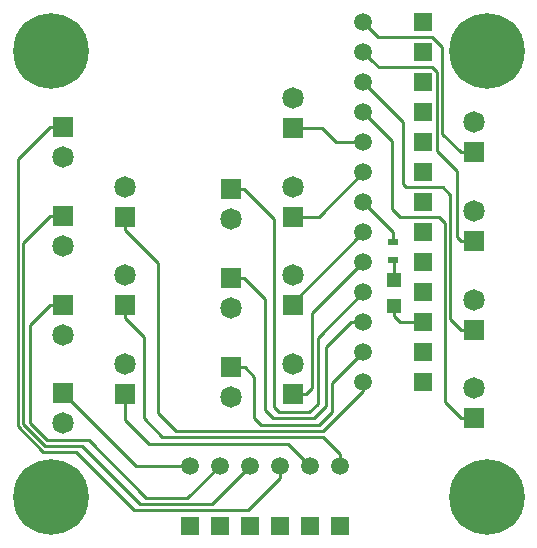
<source format=gtl>
G04 #@! TF.GenerationSoftware,KiCad,Pcbnew,(5.0.0)*
G04 #@! TF.CreationDate,2018-11-03T21:44:44-02:30*
G04 #@! TF.ProjectId,Maestro Adapter,4D61657374726F20416461707465722E,6*
G04 #@! TF.SameCoordinates,Original*
G04 #@! TF.FileFunction,Copper,L1,Top,Signal*
G04 #@! TF.FilePolarity,Positive*
%FSLAX46Y46*%
G04 Gerber Fmt 4.6, Leading zero omitted, Abs format (unit mm)*
G04 Created by KiCad (PCBNEW (5.0.0)) date 11/03/18 21:44:44*
%MOMM*%
%LPD*%
G01*
G04 APERTURE LIST*
G04 #@! TA.AperFunction,ComponentPad*
%ADD10C,1.500000*%
G04 #@! TD*
G04 #@! TA.AperFunction,ComponentPad*
%ADD11R,1.500000X1.500000*%
G04 #@! TD*
G04 #@! TA.AperFunction,ComponentPad*
%ADD12C,6.400000*%
G04 #@! TD*
G04 #@! TA.AperFunction,SMDPad,CuDef*
%ADD13R,1.200000X1.200000*%
G04 #@! TD*
G04 #@! TA.AperFunction,SMDPad,CuDef*
%ADD14R,0.900000X0.500000*%
G04 #@! TD*
G04 #@! TA.AperFunction,ComponentPad*
%ADD15R,1.724000X1.724000*%
G04 #@! TD*
G04 #@! TA.AperFunction,ComponentPad*
%ADD16C,1.824000*%
G04 #@! TD*
G04 #@! TA.AperFunction,Conductor*
%ADD17C,0.250000*%
G04 #@! TD*
G04 APERTURE END LIST*
D10*
G04 #@! TO.P,18 Channel Maestro,19*
G04 #@! TO.N,Net-(J17-Pad1)*
X86790000Y-161620000D03*
G04 #@! TO.P,18 Channel Maestro,18*
G04 #@! TO.N,Net-(J16-Pad1)*
X89330000Y-161620000D03*
G04 #@! TO.P,18 Channel Maestro,17*
G04 #@! TO.N,Net-(J15-Pad1)*
X91870000Y-161620000D03*
G04 #@! TO.P,18 Channel Maestro,16*
G04 #@! TO.N,Net-(J14-Pad1)*
X94410000Y-161620000D03*
G04 #@! TO.P,18 Channel Maestro,15*
G04 #@! TO.N,Net-(J13-Pad1)*
X96950000Y-161620000D03*
G04 #@! TO.P,18 Channel Maestro,14*
G04 #@! TO.N,Net-(J12-Pad1)*
X99490000Y-161620000D03*
D11*
G04 #@! TO.P,18 Channel Maestro,38*
G04 #@! TO.N,GND*
X86790000Y-166700000D03*
G04 #@! TO.P,18 Channel Maestro,37*
X89330000Y-166700000D03*
G04 #@! TO.P,18 Channel Maestro,36*
X91870000Y-166700000D03*
G04 #@! TO.P,18 Channel Maestro,35*
X94410000Y-166700000D03*
G04 #@! TO.P,18 Channel Maestro,34*
X96950000Y-166700000D03*
G04 #@! TO.P,18 Channel Maestro,33*
X99490000Y-166700000D03*
G04 #@! TO.P,18 Channel Maestro,20*
X106570000Y-124040000D03*
G04 #@! TO.P,18 Channel Maestro,21*
X106570000Y-126580000D03*
G04 #@! TO.P,18 Channel Maestro,22*
X106570000Y-129120000D03*
G04 #@! TO.P,18 Channel Maestro,23*
X106570000Y-131660000D03*
G04 #@! TO.P,18 Channel Maestro,24*
X106570000Y-134200000D03*
G04 #@! TO.P,18 Channel Maestro,25*
X106570000Y-136740000D03*
G04 #@! TO.P,18 Channel Maestro,26*
X106570000Y-139280000D03*
G04 #@! TO.P,18 Channel Maestro,27*
X106570000Y-141820000D03*
G04 #@! TO.P,18 Channel Maestro,28*
X106570000Y-144360000D03*
G04 #@! TO.P,18 Channel Maestro,29*
X106570000Y-146900000D03*
G04 #@! TO.P,18 Channel Maestro,30*
X106570000Y-149440000D03*
G04 #@! TO.P,18 Channel Maestro,31*
X106570000Y-151980000D03*
G04 #@! TO.P,18 Channel Maestro,32*
X106570000Y-154520000D03*
D10*
G04 #@! TO.P,18 Channel Maestro,1*
G04 #@! TO.N,Net-(J0-Pad1)*
X101490000Y-124040000D03*
G04 #@! TO.P,18 Channel Maestro,2*
G04 #@! TO.N,Net-(J1-Pad1)*
X101490000Y-126580000D03*
G04 #@! TO.P,18 Channel Maestro,3*
G04 #@! TO.N,Net-(J18-Pad3)*
X101490000Y-129120000D03*
G04 #@! TO.P,18 Channel Maestro,4*
G04 #@! TO.N,Net-(J18-Pad4)*
X101490000Y-131660000D03*
G04 #@! TO.P,18 Channel Maestro,5*
G04 #@! TO.N,Net-(J18-Pad5)*
X101490000Y-134200000D03*
G04 #@! TO.P,18 Channel Maestro,6*
G04 #@! TO.N,Net-(J18-Pad6)*
X101490000Y-136740000D03*
G04 #@! TO.P,18 Channel Maestro,7*
G04 #@! TO.N,+5V*
X101490000Y-139280000D03*
G04 #@! TO.P,18 Channel Maestro,8*
G04 #@! TO.N,Net-(J18-Pad8)*
X101490000Y-141820000D03*
G04 #@! TO.P,18 Channel Maestro,9*
G04 #@! TO.N,Net-(J18-Pad9)*
X101490000Y-144360000D03*
G04 #@! TO.P,18 Channel Maestro,10*
G04 #@! TO.N,Net-(J18-Pad10)*
X101490000Y-146900000D03*
G04 #@! TO.P,18 Channel Maestro,11*
G04 #@! TO.N,Net-(J18-Pad11)*
X101490000Y-149440000D03*
G04 #@! TO.P,18 Channel Maestro,12*
G04 #@! TO.N,Net-(J10-Pad1)*
X101490000Y-151980000D03*
G04 #@! TO.P,18 Channel Maestro,13*
G04 #@! TO.N,Net-(J11-Pad1)*
X101490000Y-154520000D03*
G04 #@! TD*
D12*
G04 #@! TO.P,,*
G04 #@! TO.N,*
X111920000Y-126520000D03*
G04 #@! TD*
G04 #@! TO.P,,*
G04 #@! TO.N,*
X75000000Y-164270000D03*
G04 #@! TD*
G04 #@! TO.P,,*
G04 #@! TO.N,*
X111920000Y-164270000D03*
G04 #@! TD*
D13*
G04 #@! TO.P,D1,1*
G04 #@! TO.N,GND*
X104050000Y-148110000D03*
G04 #@! TO.P,D1,2*
G04 #@! TO.N,Net-(D1-Pad2)*
X104050000Y-145910000D03*
G04 #@! TD*
D14*
G04 #@! TO.P,R1,2*
G04 #@! TO.N,Net-(D1-Pad2)*
X103990000Y-144180000D03*
G04 #@! TO.P,R1,1*
G04 #@! TO.N,+5V*
X103990000Y-142680000D03*
G04 #@! TD*
D15*
G04 #@! TO.P,Channel 0,1*
G04 #@! TO.N,Net-(J0-Pad1)*
X110860000Y-135080000D03*
D16*
G04 #@! TO.P,Channel 0,2*
G04 #@! TO.N,GND*
X110860000Y-132540000D03*
G04 #@! TD*
G04 #@! TO.P,Channel 1,2*
G04 #@! TO.N,GND*
X110860000Y-140050000D03*
D15*
G04 #@! TO.P,Channel 1,1*
G04 #@! TO.N,Net-(J1-Pad1)*
X110860000Y-142590000D03*
G04 #@! TD*
G04 #@! TO.P,Channel 2,1*
G04 #@! TO.N,Net-(J18-Pad3)*
X110860000Y-150100000D03*
D16*
G04 #@! TO.P,Channel 2,2*
G04 #@! TO.N,GND*
X110860000Y-147560000D03*
G04 #@! TD*
G04 #@! TO.P,Channel 3,2*
G04 #@! TO.N,GND*
X110860000Y-155070000D03*
D15*
G04 #@! TO.P,Channel 3,1*
G04 #@! TO.N,Net-(J18-Pad4)*
X110860000Y-157610000D03*
G04 #@! TD*
G04 #@! TO.P,Channel 4,1*
G04 #@! TO.N,Net-(J18-Pad5)*
X95540000Y-133010000D03*
D16*
G04 #@! TO.P,Channel 4,2*
G04 #@! TO.N,GND*
X95540000Y-130470000D03*
G04 #@! TD*
G04 #@! TO.P,Channel 5,2*
G04 #@! TO.N,GND*
X95540000Y-137980000D03*
D15*
G04 #@! TO.P,Channel 5,1*
G04 #@! TO.N,Net-(J18-Pad6)*
X95540000Y-140520000D03*
G04 #@! TD*
G04 #@! TO.P,Channel 6,1*
G04 #@! TO.N,Net-(J18-Pad8)*
X95540000Y-148030000D03*
D16*
G04 #@! TO.P,Channel 6,2*
G04 #@! TO.N,GND*
X95540000Y-145490000D03*
G04 #@! TD*
G04 #@! TO.P,Channel 7,2*
G04 #@! TO.N,GND*
X95540000Y-153000000D03*
D15*
G04 #@! TO.P,Channel 7,1*
G04 #@! TO.N,Net-(J18-Pad9)*
X95540000Y-155540000D03*
G04 #@! TD*
G04 #@! TO.P,Channel 8,1*
G04 #@! TO.N,Net-(J18-Pad10)*
X90300000Y-138220000D03*
D16*
G04 #@! TO.P,Channel 8,2*
G04 #@! TO.N,GND*
X90300000Y-140760000D03*
G04 #@! TD*
G04 #@! TO.P,Channel 9,2*
G04 #@! TO.N,GND*
X90300000Y-148270000D03*
D15*
G04 #@! TO.P,Channel 9,1*
G04 #@! TO.N,Net-(J18-Pad11)*
X90300000Y-145730000D03*
G04 #@! TD*
G04 #@! TO.P,Channel 10,1*
G04 #@! TO.N,Net-(J10-Pad1)*
X90310000Y-153240000D03*
D16*
G04 #@! TO.P,Channel 10,2*
G04 #@! TO.N,GND*
X90310000Y-155780000D03*
G04 #@! TD*
G04 #@! TO.P,Channel 11,2*
G04 #@! TO.N,GND*
X81280000Y-137980000D03*
D15*
G04 #@! TO.P,Channel 11,1*
G04 #@! TO.N,Net-(J11-Pad1)*
X81280000Y-140520000D03*
G04 #@! TD*
D16*
G04 #@! TO.P,Channel 12,2*
G04 #@! TO.N,GND*
X81280000Y-145490000D03*
D15*
G04 #@! TO.P,Channel 12,1*
G04 #@! TO.N,Net-(J12-Pad1)*
X81280000Y-148030000D03*
G04 #@! TD*
G04 #@! TO.P,Channel 13,1*
G04 #@! TO.N,Net-(J13-Pad1)*
X81280000Y-155540000D03*
D16*
G04 #@! TO.P,Channel 13,2*
G04 #@! TO.N,GND*
X81280000Y-153000000D03*
G04 #@! TD*
G04 #@! TO.P,Channel 14,2*
G04 #@! TO.N,GND*
X76050000Y-135480000D03*
D15*
G04 #@! TO.P,Channel 14,1*
G04 #@! TO.N,Net-(J14-Pad1)*
X76050000Y-132940000D03*
G04 #@! TD*
G04 #@! TO.P,Channel 15,1*
G04 #@! TO.N,Net-(J15-Pad1)*
X76050000Y-140450000D03*
D16*
G04 #@! TO.P,Channel 15,2*
G04 #@! TO.N,GND*
X76050000Y-142990000D03*
G04 #@! TD*
G04 #@! TO.P,Channel 16,2*
G04 #@! TO.N,GND*
X76050000Y-150500000D03*
D15*
G04 #@! TO.P,Channel 16,1*
G04 #@! TO.N,Net-(J16-Pad1)*
X76050000Y-147960000D03*
G04 #@! TD*
G04 #@! TO.P,Channel 17,1*
G04 #@! TO.N,Net-(J17-Pad1)*
X76050000Y-155470000D03*
D16*
G04 #@! TO.P,Channel 17,2*
G04 #@! TO.N,GND*
X76050000Y-158010000D03*
G04 #@! TD*
D12*
G04 #@! TO.P,,*
G04 #@! TO.N,*
X75000000Y-126520000D03*
G04 #@! TD*
D17*
G04 #@! TO.N,Net-(J0-Pad1)*
X102710000Y-125280000D02*
X101490000Y-124060000D01*
X108170000Y-126140000D02*
X107310000Y-125280000D01*
X109748000Y-135080000D02*
X108170000Y-133502000D01*
X110860000Y-135080000D02*
X109748000Y-135080000D01*
X108170000Y-133502000D02*
X108170000Y-126140000D01*
X107310000Y-125280000D02*
X102710000Y-125280000D01*
G04 #@! TO.N,GND*
X105570000Y-149460000D02*
X106570000Y-149460000D01*
X104550000Y-149460000D02*
X105570000Y-149460000D01*
X104050000Y-148960000D02*
X104550000Y-149460000D01*
X104050000Y-148110000D02*
X104050000Y-148960000D01*
G04 #@! TO.N,Net-(J1-Pad1)*
X102239999Y-127329999D02*
X101490000Y-126580000D01*
X107290000Y-127860000D02*
X102770000Y-127860000D01*
X102770000Y-127860000D02*
X102239999Y-127329999D01*
X109380000Y-142222000D02*
X109380000Y-136640000D01*
X107719989Y-128289989D02*
X107290000Y-127860000D01*
X109380000Y-136640000D02*
X107719989Y-134979989D01*
X110860000Y-142590000D02*
X109748000Y-142590000D01*
X107719989Y-134979989D02*
X107719989Y-128289989D01*
X109748000Y-142590000D02*
X109380000Y-142222000D01*
G04 #@! TO.N,Net-(J10-Pad1)*
X91412000Y-153240000D02*
X90300000Y-153240000D01*
X91422000Y-153240000D02*
X90310000Y-153240000D01*
X92250000Y-154068000D02*
X91422000Y-153240000D01*
X98850000Y-154640000D02*
X98850000Y-157020000D01*
X101490000Y-152000000D02*
X98850000Y-154640000D01*
X98850000Y-157020000D02*
X97740000Y-158130000D01*
X97740000Y-158130000D02*
X92820000Y-158130000D01*
X92820000Y-158130000D02*
X92250000Y-157560000D01*
X92250000Y-157560000D02*
X92250000Y-154068000D01*
G04 #@! TO.N,Net-(J11-Pad1)*
X81280000Y-141632000D02*
X81280000Y-140520000D01*
X101490000Y-155240701D02*
X98090701Y-158640000D01*
X101490000Y-154540000D02*
X101490000Y-155240701D01*
X98090701Y-158640000D02*
X85610000Y-158640000D01*
X85610000Y-158640000D02*
X84100000Y-157130000D01*
X84100000Y-157130000D02*
X84100000Y-144452000D01*
X84100000Y-144452000D02*
X81280000Y-141632000D01*
G04 #@! TO.N,Net-(J18-Pad3)*
X109748000Y-150100000D02*
X110860000Y-150100000D01*
X108830000Y-149182000D02*
X109748000Y-150100000D01*
X104830000Y-132480000D02*
X104830000Y-137780000D01*
X101490000Y-129140000D02*
X104830000Y-132480000D01*
X104830000Y-137780000D02*
X105090000Y-138040000D01*
X105090000Y-138040000D02*
X108200000Y-138040000D01*
X108200000Y-138040000D02*
X108830000Y-138670000D01*
X108830000Y-138670000D02*
X108830000Y-149182000D01*
G04 #@! TO.N,Net-(J18-Pad4)*
X103930000Y-134120000D02*
X101490000Y-131680000D01*
X103930000Y-139880000D02*
X103930000Y-134120000D01*
X109748000Y-157610000D02*
X108379990Y-156241990D01*
X110860000Y-157610000D02*
X109748000Y-157610000D01*
X108379990Y-156241990D02*
X108379990Y-141069990D01*
X107870000Y-140560000D02*
X104610000Y-140560000D01*
X108379990Y-141069990D02*
X107870000Y-140560000D01*
X104610000Y-140560000D02*
X103930000Y-139880000D01*
G04 #@! TO.N,Net-(J18-Pad5)*
X101490000Y-134200000D02*
X99180000Y-134200000D01*
X97990000Y-133010000D02*
X95540000Y-133010000D01*
X99180000Y-134200000D02*
X97990000Y-133010000D01*
G04 #@! TO.N,Net-(J18-Pad6)*
X97730000Y-140520000D02*
X95540000Y-140520000D01*
X101490000Y-136760000D02*
X97730000Y-140520000D01*
G04 #@! TO.N,Net-(J18-Pad8)*
X95540000Y-147790000D02*
X95540000Y-148030000D01*
X101490000Y-141840000D02*
X95540000Y-147790000D01*
G04 #@! TO.N,Net-(J18-Pad9)*
X101490000Y-144380000D02*
X97160000Y-148710000D01*
X96652000Y-155540000D02*
X95540000Y-155540000D01*
X97160000Y-155032000D02*
X96652000Y-155540000D01*
X97160000Y-148710000D02*
X97160000Y-155032000D01*
G04 #@! TO.N,Net-(J18-Pad10)*
X91412000Y-138220000D02*
X90300000Y-138220000D01*
X101490000Y-146920000D02*
X97650000Y-150760000D01*
X97650000Y-150760000D02*
X97650000Y-156370000D01*
X97650000Y-156370000D02*
X96920000Y-157100000D01*
X96920000Y-157100000D02*
X94380000Y-157100000D01*
X93890000Y-156610000D02*
X93890000Y-140698000D01*
X94380000Y-157100000D02*
X93890000Y-156610000D01*
X93890000Y-140698000D02*
X91412000Y-138220000D01*
G04 #@! TO.N,Net-(J18-Pad11)*
X100429340Y-149460000D02*
X98320000Y-151569340D01*
X101490000Y-149460000D02*
X100429340Y-149460000D01*
X98320000Y-151569340D02*
X98320000Y-156550000D01*
X97319990Y-157550010D02*
X93870010Y-157550010D01*
X98320000Y-156550000D02*
X97319990Y-157550010D01*
X93870010Y-157550010D02*
X93170000Y-156850000D01*
X91412000Y-145730000D02*
X90300000Y-145730000D01*
X93170000Y-147488000D02*
X91412000Y-145730000D01*
X93170000Y-156850000D02*
X93170000Y-147488000D01*
G04 #@! TO.N,Net-(J12-Pad1)*
X99490000Y-160579340D02*
X98080660Y-159170000D01*
X99490000Y-161640000D02*
X99490000Y-160579340D01*
X81280000Y-149142000D02*
X81280000Y-148030000D01*
X82880000Y-150742000D02*
X81280000Y-149142000D01*
X98080660Y-159170000D02*
X84460000Y-159170000D01*
X82880000Y-157590000D02*
X82880000Y-150742000D01*
X84460000Y-159170000D02*
X82880000Y-157590000D01*
G04 #@! TO.N,Net-(J13-Pad1)*
X81280000Y-157760000D02*
X81280000Y-155540000D01*
X83310000Y-159790000D02*
X81280000Y-157760000D01*
X96950000Y-161640000D02*
X95100000Y-159790000D01*
X95100000Y-159790000D02*
X83310000Y-159790000D01*
G04 #@! TO.N,Net-(J14-Pad1)*
X74938000Y-132940000D02*
X76050000Y-132940000D01*
X72210000Y-135668000D02*
X74938000Y-132940000D01*
X72210000Y-158250000D02*
X72210000Y-135668000D01*
X74380000Y-160420000D02*
X72210000Y-158250000D01*
X77140000Y-160420000D02*
X74380000Y-160420000D01*
X82050000Y-165330000D02*
X77140000Y-160420000D01*
X87430000Y-165340000D02*
X87420000Y-165330000D01*
X87420000Y-165330000D02*
X82050000Y-165330000D01*
X91750660Y-165340000D02*
X87430000Y-165340000D01*
X94410000Y-162680660D02*
X91750660Y-165340000D01*
X94410000Y-161620000D02*
X94410000Y-162680660D01*
G04 #@! TO.N,Net-(J15-Pad1)*
X74938000Y-140450000D02*
X76050000Y-140450000D01*
X72660011Y-142727989D02*
X74938000Y-140450000D01*
X72660011Y-158063601D02*
X72660011Y-142727989D01*
X74536410Y-159940000D02*
X72660011Y-158063601D01*
X77650000Y-159940000D02*
X74536410Y-159940000D01*
X82540009Y-164830009D02*
X77650000Y-159940000D01*
X88659991Y-164830009D02*
X82540009Y-164830009D01*
X91870000Y-161620000D02*
X88659991Y-164830009D01*
G04 #@! TO.N,Net-(J16-Pad1)*
X83119990Y-164369990D02*
X78210000Y-159460000D01*
X78210000Y-159460000D02*
X74692820Y-159460000D01*
X74692820Y-159460000D02*
X73220000Y-157987180D01*
X73220000Y-157987180D02*
X73220000Y-149678000D01*
X74938000Y-147960000D02*
X76050000Y-147960000D01*
X73220000Y-149678000D02*
X74938000Y-147960000D01*
X86580010Y-164369990D02*
X83119990Y-164369990D01*
X89330000Y-161620000D02*
X86580010Y-164369990D01*
G04 #@! TO.N,Net-(J17-Pad1)*
X82220000Y-161640000D02*
X76050000Y-155470000D01*
X86790000Y-161640000D02*
X82220000Y-161640000D01*
G04 #@! TO.N,Net-(D1-Pad2)*
X104050000Y-144240000D02*
X103990000Y-144180000D01*
X104050000Y-145910000D02*
X104050000Y-144240000D01*
G04 #@! TO.N,+5V*
X103990000Y-141780000D02*
X101490000Y-139280000D01*
X103990000Y-142680000D02*
X103990000Y-141780000D01*
G04 #@! TD*
M02*

</source>
